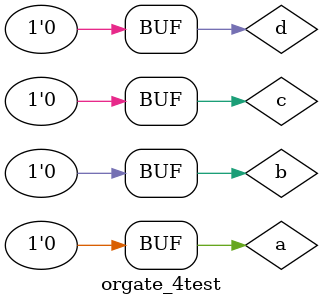
<source format=v>
`timescale 1ns / 1ps


module orgate_4test;

	// Inputs
	reg a;
	reg b;
	reg c;
	reg d;

	// Outputs
	wire y;

	// Instantiate the Unit Under Test (UUT)
	orgate_4 uut (
		.a(a), 
		.b(b), 
		.c(c), 
		.d(d), 
		.y(y)
	);

	initial begin
		// Initialize Inputs
		a = 0;
		b = 0;
		c = 0;
		d = 0;

		// Wait 100 ns for global reset to finish
		#100;
        
		// Add stimulus here

	end
      
endmodule


</source>
